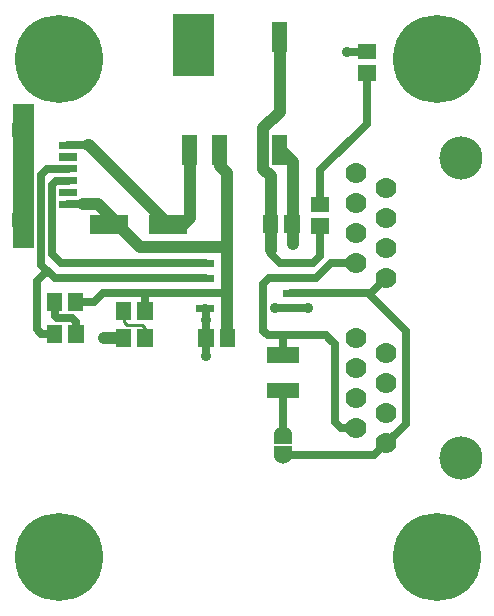
<source format=gbr>
G04 start of page 2 for group 0 idx 0 *
G04 Title: (unknown), component *
G04 Creator: pcb 4.0.2 *
G04 CreationDate: Thu Jul  2 20:29:10 2020 UTC *
G04 For: ndholmes *
G04 Format: Gerber/RS-274X *
G04 PCB-Dimensions (mil): 3600.00 2000.00 *
G04 PCB-Coordinate-Origin: lower left *
%MOIN*%
%FSLAX25Y25*%
%LNTOP*%
%ADD23C,0.1280*%
%ADD22C,0.0350*%
%ADD21C,0.1285*%
%ADD20C,0.0200*%
%ADD19C,0.0360*%
%ADD18C,0.0600*%
%ADD17C,0.1440*%
%ADD16C,0.0700*%
%ADD15C,0.2937*%
%ADD14C,0.0100*%
%ADD13C,0.0400*%
%ADD12C,0.0250*%
%ADD11C,0.0001*%
G54D11*G36*
X1500Y168000D02*X8500D01*
Y120000D01*
X1500D01*
Y168000D01*
G37*
G36*
X55000Y198000D02*X68500D01*
Y177500D01*
X55000D01*
Y198000D01*
G37*
G54D12*X109000Y68000D02*Y88000D01*
Y69000D02*Y62000D01*
X111000Y60000D01*
X116000D01*
X91500Y51000D02*X122000D01*
X109000Y88000D02*X106000Y91000D01*
X107750Y89250D01*
X122000Y51000D02*X132500Y61500D01*
Y92500D01*
X120000Y105000D01*
X91500Y72595D02*Y57800D01*
Y84405D02*Y91000D01*
X88900Y100000D02*X100000D01*
X85000Y108000D02*Y92500D01*
X86500Y91000D01*
X106000D01*
X107500Y115000D02*X102500Y110000D01*
X88900D01*
X89500D02*X87000D01*
X85000Y108000D01*
X107500Y115000D02*X105250Y112750D01*
X90500Y115000D02*X101500D01*
X60100Y105000D02*X65500D01*
X65600D02*X73043D01*
X66000Y84000D02*Y99600D01*
X65600Y100000D01*
G54D13*X73043Y90000D02*Y145043D01*
X73000Y120500D02*X73043Y120543D01*
X70500Y147543D02*X73043Y145000D01*
G54D12*X17500Y115000D02*X14500Y118000D01*
X11000Y114500D02*X15500Y110000D01*
X9500Y109000D02*X13000Y112500D01*
X60100Y115000D02*X17500D01*
X15500Y110000D02*X60100D01*
X60500Y105000D02*X31500D01*
X45543Y104957D02*X45500Y105000D01*
X31500D02*X28500Y102000D01*
X58000Y115000D02*X65600D01*
G54D13*X44000Y120500D02*X73000D01*
G54D12*X65600Y110000D02*X56000D01*
X94400Y105000D02*X120000D01*
X126000Y110000D02*X121000Y105000D01*
X116000Y115000D02*X107500D01*
X22500Y91500D02*Y95500D01*
X21250Y96750D01*
X16250D01*
X15500Y101914D02*X15414Y102000D01*
X28500D02*X22500D01*
X45543Y99000D02*Y104957D01*
G54D14*X38457Y99000D02*Y95543D01*
X39500Y94500D01*
X44500D01*
X45500Y93500D01*
G54D12*X16250Y96750D02*X15500Y97500D01*
Y101914D01*
X15457Y91500D02*X11000D01*
X9500Y93000D01*
Y109000D01*
G54D13*X32000Y90000D02*X38457D01*
G54D14*X45500Y93500D02*Y90043D01*
X45543Y90000D01*
G54D12*X20000Y146469D02*X12969D01*
X11000Y144500D01*
Y114500D01*
X14500Y118000D02*Y140000D01*
X20000Y142531D02*X16031D01*
X14500Y141000D01*
Y137500D01*
X20000Y134657D02*X26657D01*
G54D13*X24843D02*X29843D01*
X44000Y120500D01*
X26843Y154500D02*X53343Y128000D01*
X58500D01*
X60500Y130000D01*
G54D12*X26843Y154343D02*X27000Y154500D01*
G54D13*X26500D02*X26843D01*
G54D12*X20000Y154343D02*X26843D01*
G54D13*X70500Y155000D02*Y147543D01*
X60500Y154500D02*Y135157D01*
Y130000D02*Y140000D01*
X87457Y128500D02*Y119457D01*
G54D12*X90500Y115000D02*X87457Y118043D01*
Y122457D01*
G54D13*Y128000D02*Y144043D01*
X95000Y121500D02*Y148700D01*
G54D12*X104000Y127457D02*Y120500D01*
X101500Y115000D02*X104000Y117500D01*
Y123500D01*
Y134543D02*Y146000D01*
G54D13*X95000Y148700D02*X90500Y153200D01*
G54D12*X104000Y146000D02*X119500Y161500D01*
Y178457D01*
X113000Y185500D02*X119457D01*
X119500Y185543D01*
G54D13*X87457Y144043D02*X85000Y146500D01*
Y160000D01*
X90500Y165500D01*
Y190800D01*
G54D15*X143000Y17000D03*
X17000D03*
G54D16*X126000Y55000D03*
X116000Y60000D03*
X126000Y65000D03*
G54D17*X151000Y50000D03*
G54D15*X143000Y183000D03*
X17000D03*
G54D16*X116000Y70000D03*
X126000Y75000D03*
X116000Y80000D03*
Y90000D03*
Y115000D03*
Y125000D03*
Y135000D03*
Y145000D03*
X126000Y85000D03*
Y110000D03*
Y120000D03*
Y130000D03*
Y140000D03*
G54D17*X151000Y150000D03*
G54D18*X91500Y51000D03*
G54D11*G36*
X88500Y54000D02*Y51000D01*
X94500D01*
Y54000D01*
X88500D01*
G37*
G54D18*X91500Y57800D03*
G54D11*G36*
X88500D02*Y54800D01*
X94500D01*
Y57800D01*
X88500D01*
G37*
G36*
X75602Y92952D02*X70484D01*
Y87048D01*
X75602D01*
Y92952D01*
G37*
G36*
X91500Y101100D02*Y98900D01*
X97300D01*
Y101100D01*
X91500D01*
G37*
G36*
Y106100D02*Y103900D01*
X97300D01*
Y106100D01*
X91500D01*
G37*
G36*
Y111100D02*Y108900D01*
X97300D01*
Y111100D01*
X91500D01*
G37*
G36*
Y116100D02*Y113900D01*
X97300D01*
Y116100D01*
X91500D01*
G37*
G36*
X68516Y92952D02*X63398D01*
Y87048D01*
X68516D01*
Y92952D01*
G37*
G36*
X62700Y111100D02*Y108900D01*
X68500D01*
Y111100D01*
X62700D01*
G37*
G36*
Y106100D02*Y103900D01*
X68500D01*
Y106100D01*
X62700D01*
G37*
G36*
Y101100D02*Y98900D01*
X68500D01*
Y101100D01*
X62700D01*
G37*
G36*
X86186Y86964D02*Y81846D01*
X96814D01*
Y86964D01*
X86186D01*
G37*
G36*
Y75154D02*Y70036D01*
X96814D01*
Y75154D01*
X86186D01*
G37*
G36*
X18016Y94452D02*X12898D01*
Y88548D01*
X18016D01*
Y94452D01*
G37*
G36*
X25102D02*X19984D01*
Y88548D01*
X25102D01*
Y94452D01*
G37*
G36*
X17973Y104952D02*X12855D01*
Y99048D01*
X17973D01*
Y104952D01*
G37*
G36*
X25059D02*X19941D01*
Y99048D01*
X25059D01*
Y104952D01*
G37*
G36*
X48102Y101952D02*X42984D01*
Y96048D01*
X48102D01*
Y101952D01*
G37*
G36*
X41016D02*X35898D01*
Y96048D01*
X41016D01*
Y101952D01*
G37*
G36*
Y92952D02*X35898D01*
Y87048D01*
X41016D01*
Y92952D01*
G37*
G36*
X48102D02*X42984D01*
Y87048D01*
X48102D01*
Y92952D01*
G37*
G36*
X16949Y155524D02*Y153162D01*
X23051D01*
Y155524D01*
X16949D01*
G37*
G36*
Y151587D02*Y149225D01*
X23051D01*
Y151587D01*
X16949D01*
G37*
G36*
Y147650D02*Y145288D01*
X23051D01*
Y147650D01*
X16949D01*
G37*
G36*
Y143712D02*Y141350D01*
X23051D01*
Y143712D01*
X16949D01*
G37*
G36*
Y139775D02*Y137413D01*
X23051D01*
Y139775D01*
X16949D01*
G37*
G36*
Y135838D02*Y133476D01*
X23051D01*
Y135838D01*
X16949D01*
G37*
G36*
X1201Y131901D02*Y127177D01*
X8287D01*
Y131901D01*
X1201D01*
G37*
G36*
X27358Y131150D02*Y124850D01*
X39957D01*
Y131150D01*
X27358D01*
G37*
G36*
X47043D02*Y124850D01*
X59642D01*
Y131150D01*
X47043D01*
G37*
G36*
X1201Y161823D02*Y157099D01*
X8287D01*
Y161823D01*
X1201D01*
G37*
G36*
X63000Y157700D02*X58000D01*
Y147700D01*
X63000D01*
Y157700D01*
G37*
G36*
X62700Y116100D02*Y113900D01*
X68500D01*
Y116100D01*
X62700D01*
G37*
G36*
X73000Y157700D02*X68000D01*
Y147700D01*
X73000D01*
Y157700D01*
G37*
G36*
X90016Y130952D02*X84898D01*
Y125048D01*
X90016D01*
Y130952D01*
G37*
G36*
X97102D02*X91984D01*
Y125048D01*
X97102D01*
Y130952D01*
G37*
G36*
X101048Y130016D02*Y124898D01*
X106952D01*
Y130016D01*
X101048D01*
G37*
G36*
Y137102D02*Y131984D01*
X106952D01*
Y137102D01*
X101048D01*
G37*
G36*
X116548Y188102D02*Y182984D01*
X122452D01*
Y188102D01*
X116548D01*
G37*
G36*
Y181016D02*Y175898D01*
X122452D01*
Y181016D01*
X116548D01*
G37*
G36*
X93000Y157700D02*X88000D01*
Y147700D01*
X93000D01*
Y157700D01*
G37*
G36*
X63000Y195300D02*X58000D01*
Y185300D01*
X63000D01*
Y195300D01*
G37*
G36*
X93000D02*X88000D01*
Y185300D01*
X93000D01*
Y195300D01*
G37*
G54D19*X66000Y96000D03*
Y84000D03*
X95000Y121500D03*
Y134000D03*
X100000Y100000D03*
X88900D03*
X26500Y154500D03*
X32000Y90000D03*
X95000Y145500D03*
X113000Y185500D03*
X95000Y140000D03*
X60500Y140500D03*
X47000Y134500D03*
X43500Y138000D03*
X60500Y145500D03*
G54D20*G54D21*G54D22*G54D23*G54D21*G54D22*G54D23*M02*

</source>
